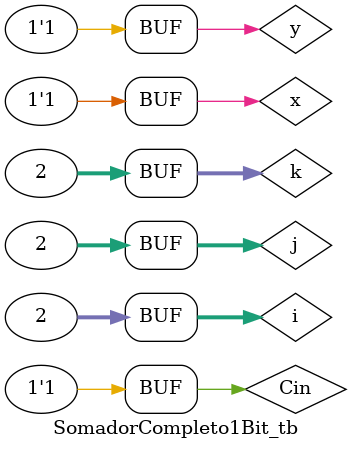
<source format=v>
module SomadorCompleto1Bit_tb;
    reg x, y, Cin;
    wire Cout, A;
    integer i, j, k;
    // Instanciando o módulo a ser testado
    SomadorCompleto1Bit sum (
        .x(x),
        .y(y),
        .Cin(Cin),
        .Cout(Cout),
        .A(A)
    );
    
    // Testando todas as combinações possíveis de entrada
    initial begin
        for (i = 0; i <= 1; i = i+1) begin
            for (j = 0; j <= 1; j = j+1) begin
                for (k = 0; k <= 1; k = k+1) begin
                    x = i;
                    y = j;
                    Cin = k;
                    #20; // Aguarda alguns ciclos para as saídas se estabilizarem
                end
            end
        end
    end
endmodule
</source>
